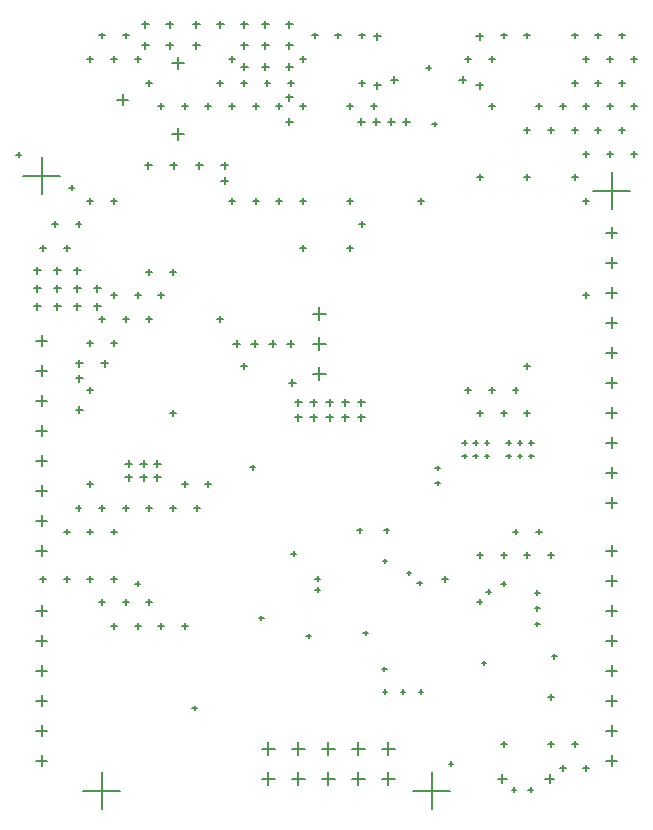
<source format=gbr>
G04*
G04 #@! TF.GenerationSoftware,Altium Limited,Altium Designer,24.2.2 (26)*
G04*
G04 Layer_Color=128*
%FSLAX44Y44*%
%MOMM*%
G71*
G04*
G04 #@! TF.SameCoordinates,411CF6F5-C546-4132-A14B-87BDE19E8412*
G04*
G04*
G04 #@! TF.FilePolarity,Positive*
G04*
G01*
G75*
%ADD16C,0.1270*%
D16*
X314540Y62230D02*
X325540D01*
X320040Y56730D02*
Y67730D01*
X314540Y36830D02*
X325540D01*
X320040Y31330D02*
Y42330D01*
X289140Y62230D02*
X300140D01*
X294640Y56730D02*
Y67730D01*
X289140Y36830D02*
X300140D01*
X294640Y31330D02*
Y42330D01*
X263740Y62230D02*
X274740D01*
X269240Y56730D02*
Y67730D01*
X263740Y36830D02*
X274740D01*
X269240Y31330D02*
Y42330D01*
X238340Y62230D02*
X249340D01*
X243840Y56730D02*
Y67730D01*
X238340Y36830D02*
X249340D01*
X243840Y31330D02*
Y42330D01*
X212940Y62230D02*
X223940D01*
X218440Y56730D02*
Y67730D01*
X212940Y36830D02*
X223940D01*
X218440Y31330D02*
Y42330D01*
X10668Y547370D02*
X42672D01*
X26670Y531368D02*
Y563372D01*
X493268Y534670D02*
X525272D01*
X509270Y518668D02*
Y550672D01*
X61468Y26670D02*
X93472D01*
X77470Y10668D02*
Y42672D01*
X340868Y26670D02*
X372872D01*
X356870Y10668D02*
Y42672D01*
X21670Y407670D02*
X31670D01*
X26670Y402670D02*
Y412670D01*
X21670Y382270D02*
X31670D01*
X26670Y377270D02*
Y387270D01*
X21670Y356870D02*
X31670D01*
X26670Y351870D02*
Y361870D01*
X21670Y331470D02*
X31670D01*
X26670Y326470D02*
Y336470D01*
X21670Y306070D02*
X31670D01*
X26670Y301070D02*
Y311070D01*
X21670Y280670D02*
X31670D01*
X26670Y275670D02*
Y285670D01*
X21670Y255270D02*
X31670D01*
X26670Y250270D02*
Y260270D01*
X21670Y229870D02*
X31670D01*
X26670Y224870D02*
Y234870D01*
X21670Y179070D02*
X31670D01*
X26670Y174070D02*
Y184070D01*
X21670Y153670D02*
X31670D01*
X26670Y148670D02*
Y158670D01*
X21670Y128270D02*
X31670D01*
X26670Y123270D02*
Y133270D01*
X21670Y102870D02*
X31670D01*
X26670Y97870D02*
Y107870D01*
X21670Y77470D02*
X31670D01*
X26670Y72470D02*
Y82470D01*
X21670Y52070D02*
X31670D01*
X26670Y47070D02*
Y57070D01*
X504270Y270510D02*
X514270D01*
X509270Y265510D02*
Y275510D01*
X504270Y295910D02*
X514270D01*
X509270Y290910D02*
Y300910D01*
X504270Y321310D02*
X514270D01*
X509270Y316310D02*
Y326310D01*
X504270Y346710D02*
X514270D01*
X509270Y341710D02*
Y351710D01*
X504270Y372110D02*
X514270D01*
X509270Y367110D02*
Y377110D01*
X504270Y397510D02*
X514270D01*
X509270Y392510D02*
Y402510D01*
X504270Y422910D02*
X514270D01*
X509270Y417910D02*
Y427910D01*
X504270Y448310D02*
X514270D01*
X509270Y443310D02*
Y453310D01*
X504270Y473710D02*
X514270D01*
X509270Y468710D02*
Y478710D01*
X504270Y499110D02*
X514270D01*
X509270Y494110D02*
Y504110D01*
X504270Y52070D02*
X514270D01*
X509270Y47070D02*
Y57070D01*
X504270Y77470D02*
X514270D01*
X509270Y72470D02*
Y82470D01*
X504270Y102870D02*
X514270D01*
X509270Y97870D02*
Y107870D01*
X504270Y128270D02*
X514270D01*
X509270Y123270D02*
Y133270D01*
X504270Y153670D02*
X514270D01*
X509270Y148670D02*
Y158670D01*
X504270Y179070D02*
X514270D01*
X509270Y174070D02*
Y184070D01*
X504270Y204470D02*
X514270D01*
X509270Y199470D02*
Y209470D01*
X504270Y229870D02*
X514270D01*
X509270Y224870D02*
Y234870D01*
X90240Y611710D02*
X100240D01*
X95240Y606710D02*
Y616710D01*
X137240Y642710D02*
X147240D01*
X142240Y637710D02*
Y647710D01*
X137240Y582710D02*
X147240D01*
X142240Y577710D02*
Y587710D01*
X256120Y430530D02*
X267120D01*
X261620Y425030D02*
Y436030D01*
X256120Y405130D02*
X267120D01*
X261620Y399630D02*
Y410630D01*
X256120Y379730D02*
X267120D01*
X261620Y374230D02*
Y385230D01*
X308080Y665480D02*
X314080D01*
X311080Y662480D02*
Y668480D01*
X394580Y665480D02*
X400580D01*
X397580Y662480D02*
Y668480D01*
X308080Y623780D02*
X314080D01*
X311080Y620780D02*
Y626780D01*
X394580Y623780D02*
X400580D01*
X397580Y620780D02*
Y626780D01*
X322430Y628680D02*
X328430D01*
X325430Y625680D02*
Y631680D01*
X380230Y628680D02*
X386230D01*
X383230Y625680D02*
Y631680D01*
X330740Y110490D02*
X334740D01*
X332740Y108490D02*
Y112490D01*
X315500Y110490D02*
X319500D01*
X317500Y108490D02*
Y112490D01*
X315000Y129690D02*
X319000D01*
X317000Y127690D02*
Y131690D01*
X412750Y36740D02*
X420750D01*
X416750Y32740D02*
Y40740D01*
X452750Y36740D02*
X460750D01*
X456750Y32740D02*
Y40740D01*
X515441Y666001D02*
X520441D01*
X517941Y663501D02*
Y668501D01*
X525441Y646001D02*
X530441D01*
X527941Y643501D02*
Y648501D01*
X515441Y626001D02*
X520441D01*
X517941Y623501D02*
Y628501D01*
X525441Y606001D02*
X530441D01*
X527941Y603501D02*
Y608501D01*
X515441Y586001D02*
X520441D01*
X517941Y583501D02*
Y588500D01*
X525441Y566000D02*
X530441D01*
X527941Y563500D02*
Y568500D01*
X495441Y666001D02*
X500441D01*
X497941Y663501D02*
Y668501D01*
X505441Y646001D02*
X510441D01*
X507941Y643501D02*
Y648501D01*
X495441Y626001D02*
X500441D01*
X497941Y623501D02*
Y628501D01*
X505441Y606001D02*
X510441D01*
X507941Y603501D02*
Y608501D01*
X495441Y586001D02*
X500441D01*
X497941Y583501D02*
Y588500D01*
X505441Y566000D02*
X510441D01*
X507941Y563500D02*
Y568500D01*
X475441Y666001D02*
X480441D01*
X477941Y663501D02*
Y668501D01*
X485441Y646001D02*
X490441D01*
X487941Y643501D02*
Y648501D01*
X475441Y626001D02*
X480441D01*
X477941Y623501D02*
Y628501D01*
X485441Y606001D02*
X490441D01*
X487941Y603501D02*
Y608501D01*
X475441Y586001D02*
X480441D01*
X477941Y583501D02*
Y588500D01*
X485441Y566000D02*
X490441D01*
X487941Y563500D02*
Y568500D01*
X475441Y546000D02*
X480441D01*
X477941Y543500D02*
Y548500D01*
X485441Y526000D02*
X490441D01*
X487941Y523500D02*
Y528500D01*
X485441Y446000D02*
X490441D01*
X487941Y443500D02*
Y448500D01*
X475441Y66000D02*
X480441D01*
X477941Y63500D02*
Y68500D01*
X485441Y46000D02*
X490441D01*
X487941Y43500D02*
Y48500D01*
X465441Y606001D02*
X470441D01*
X467941Y603501D02*
Y608501D01*
X455441Y586001D02*
X460441D01*
X457941Y583501D02*
Y588500D01*
X455441Y226000D02*
X460441D01*
X457941Y223500D02*
Y228500D01*
X455441Y106000D02*
X460441D01*
X457941Y103500D02*
Y108500D01*
X455441Y66000D02*
X460441D01*
X457941Y63500D02*
Y68500D01*
X465441Y46000D02*
X470441D01*
X467941Y43500D02*
Y48500D01*
X435441Y666001D02*
X440441D01*
X437941Y663501D02*
Y668501D01*
X445441Y606001D02*
X450441D01*
X447941Y603501D02*
Y608501D01*
X435441Y586001D02*
X440441D01*
X437941Y583501D02*
Y588500D01*
X435441Y546000D02*
X440441D01*
X437941Y543500D02*
Y548500D01*
X435441Y386000D02*
X440441D01*
X437941Y383500D02*
Y388500D01*
X435441Y346000D02*
X440441D01*
X437941Y343500D02*
Y348500D01*
X445441Y246000D02*
X450441D01*
X447941Y243500D02*
Y248500D01*
X435441Y226000D02*
X440441D01*
X437941Y223500D02*
Y228500D01*
X415441Y666001D02*
X420441D01*
X417941Y663501D02*
Y668501D01*
X425441Y366000D02*
X430441D01*
X427941Y363500D02*
Y368500D01*
X415441Y346000D02*
X420441D01*
X417941Y343500D02*
Y348500D01*
X425441Y246000D02*
X430441D01*
X427941Y243500D02*
Y248500D01*
X415441Y226000D02*
X420441D01*
X417941Y223500D02*
Y228500D01*
X415441Y66000D02*
X420441D01*
X417941Y63500D02*
Y68500D01*
X405441Y646001D02*
X410441D01*
X407941Y643501D02*
Y648501D01*
X405441Y606001D02*
X410441D01*
X407941Y603501D02*
Y608501D01*
X395441Y546000D02*
X400441D01*
X397941Y543500D02*
Y548500D01*
X405441Y366000D02*
X410441D01*
X407941Y363500D02*
Y368500D01*
X395441Y346000D02*
X400441D01*
X397941Y343500D02*
Y348500D01*
X395441Y226000D02*
X400441D01*
X397941Y223500D02*
Y228500D01*
X385441Y646001D02*
X390441D01*
X387941Y643501D02*
Y648501D01*
X385441Y366000D02*
X390441D01*
X387941Y363500D02*
Y368500D01*
X365441Y206000D02*
X370441D01*
X367941Y203500D02*
Y208500D01*
X345441Y526000D02*
X350441D01*
X347941Y523500D02*
Y528500D01*
X295441Y666001D02*
X300441D01*
X297941Y663501D02*
Y668501D01*
X295441Y626001D02*
X300441D01*
X297941Y623501D02*
Y628501D01*
X305441Y606001D02*
X310441D01*
X307941Y603501D02*
Y608501D01*
X295441Y506000D02*
X300441D01*
X297941Y503500D02*
Y508500D01*
X275441Y666001D02*
X280441D01*
X277941Y663501D02*
Y668501D01*
X285441Y606001D02*
X290441D01*
X287941Y603501D02*
Y608501D01*
X285441Y526000D02*
X290441D01*
X287941Y523500D02*
Y528500D01*
X285441Y486000D02*
X290441D01*
X287941Y483500D02*
Y488500D01*
X255441Y666001D02*
X260441D01*
X257941Y663501D02*
Y668501D01*
X245441Y646001D02*
X250441D01*
X247941Y643501D02*
Y648501D01*
X235441Y626001D02*
X240441D01*
X237941Y623501D02*
Y628501D01*
X245441Y606001D02*
X250441D01*
X247941Y603501D02*
Y608501D01*
X245441Y526000D02*
X250441D01*
X247941Y523500D02*
Y528500D01*
X245441Y486000D02*
X250441D01*
X247941Y483500D02*
Y488500D01*
X215441Y626001D02*
X220441D01*
X217941Y623501D02*
Y628501D01*
X225441Y606001D02*
X230441D01*
X227941Y603501D02*
Y608501D01*
X225441Y526000D02*
X230441D01*
X227941Y523500D02*
Y528500D01*
X195441Y626001D02*
X200441D01*
X197941Y623501D02*
Y628501D01*
X205441Y606001D02*
X210441D01*
X207941Y603501D02*
Y608501D01*
X205441Y526000D02*
X210441D01*
X207941Y523500D02*
Y528500D01*
X195441Y386000D02*
X200441D01*
X197941Y383500D02*
Y388500D01*
X185441Y646001D02*
X190441D01*
X187941Y643501D02*
Y648501D01*
X175441Y626001D02*
X180441D01*
X177941Y623501D02*
Y628501D01*
X185441Y606001D02*
X190441D01*
X187941Y603501D02*
Y608501D01*
X185441Y526000D02*
X190441D01*
X187941Y523500D02*
Y528500D01*
X175441Y426000D02*
X180441D01*
X177941Y423500D02*
Y428500D01*
X165441Y606001D02*
X170441D01*
X167941Y603501D02*
Y608501D01*
X165441Y286000D02*
X170441D01*
X167941Y283500D02*
Y288500D01*
X155441Y266000D02*
X160441D01*
X157941Y263500D02*
Y268500D01*
X145441Y606001D02*
X150441D01*
X147941Y603501D02*
Y608501D01*
X135441Y466000D02*
X140441D01*
X137941Y463500D02*
Y468500D01*
X135441Y346000D02*
X140441D01*
X137941Y343500D02*
Y348500D01*
X145441Y286000D02*
X150441D01*
X147941Y283500D02*
Y288500D01*
X135441Y266000D02*
X140441D01*
X137941Y263500D02*
Y268500D01*
X145441Y166000D02*
X150441D01*
X147941Y163500D02*
Y168500D01*
X115441Y626001D02*
X120441D01*
X117941Y623501D02*
Y628501D01*
X125441Y606001D02*
X130441D01*
X127941Y603501D02*
Y608501D01*
X115441Y466000D02*
X120441D01*
X117941Y463500D02*
Y468500D01*
X125441Y446000D02*
X130441D01*
X127941Y443500D02*
Y448500D01*
X115441Y426000D02*
X120441D01*
X117941Y423500D02*
Y428500D01*
X115441Y266000D02*
X120441D01*
X117941Y263500D02*
Y268500D01*
X115441Y186000D02*
X120441D01*
X117941Y183500D02*
Y188500D01*
X125441Y166000D02*
X130441D01*
X127941Y163500D02*
Y168500D01*
X95441Y666001D02*
X100441D01*
X97941Y663501D02*
Y668501D01*
X105441Y646001D02*
X110441D01*
X107941Y643501D02*
Y648501D01*
X105441Y446000D02*
X110441D01*
X107941Y443500D02*
Y448500D01*
X95441Y426000D02*
X100441D01*
X97941Y423500D02*
Y428500D01*
X95441Y266000D02*
X100441D01*
X97941Y263500D02*
Y268500D01*
X95441Y186000D02*
X100441D01*
X97941Y183500D02*
Y188500D01*
X105441Y166000D02*
X110441D01*
X107941Y163500D02*
Y168500D01*
X75441Y666001D02*
X80441D01*
X77941Y663501D02*
Y668501D01*
X85441Y646001D02*
X90441D01*
X87941Y643501D02*
Y648501D01*
X85441Y526000D02*
X90441D01*
X87941Y523500D02*
Y528500D01*
X85441Y446000D02*
X90441D01*
X87941Y443500D02*
Y448500D01*
X75441Y426000D02*
X80441D01*
X77941Y423500D02*
Y428500D01*
X85441Y406000D02*
X90441D01*
X87941Y403500D02*
Y408500D01*
X75441Y266000D02*
X80441D01*
X77941Y263500D02*
Y268500D01*
X85441Y246000D02*
X90441D01*
X87941Y243500D02*
Y248500D01*
X85441Y206000D02*
X90441D01*
X87941Y203500D02*
Y208500D01*
X75441Y186000D02*
X80441D01*
X77941Y183500D02*
Y188500D01*
X85441Y166000D02*
X90441D01*
X87941Y163500D02*
Y168500D01*
X65441Y646001D02*
X70441D01*
X67941Y643501D02*
Y648501D01*
X65441Y526000D02*
X70441D01*
X67941Y523500D02*
Y528500D01*
X55441Y506000D02*
X60441D01*
X57941Y503500D02*
Y508500D01*
X65441Y406000D02*
X70441D01*
X67941Y403500D02*
Y408500D01*
X65441Y366000D02*
X70441D01*
X67941Y363500D02*
Y368500D01*
X65441Y286000D02*
X70441D01*
X67941Y283500D02*
Y288500D01*
X55441Y266000D02*
X60441D01*
X57941Y263500D02*
Y268500D01*
X65441Y246000D02*
X70441D01*
X67941Y243500D02*
Y248500D01*
X65441Y206000D02*
X70441D01*
X67941Y203500D02*
Y208500D01*
X35441Y506000D02*
X40441D01*
X37941Y503500D02*
Y508500D01*
X45441Y486000D02*
X50441D01*
X47941Y483500D02*
Y488500D01*
X45441Y246000D02*
X50441D01*
X47941Y243500D02*
Y248500D01*
X45441Y206000D02*
X50441D01*
X47941Y203500D02*
Y208500D01*
X25441Y486000D02*
X30441D01*
X27941Y483500D02*
Y488500D01*
X25441Y206000D02*
X30441D01*
X27941Y203500D02*
Y208500D01*
X105950Y201930D02*
X109950D01*
X107950Y199930D02*
Y203930D01*
X154210Y96520D02*
X158210D01*
X156210Y94520D02*
Y98520D01*
X203320Y300307D02*
X207320D01*
X205320Y298307D02*
Y302307D01*
X238225Y227136D02*
X242225D01*
X240224Y225135D02*
Y229135D01*
X399320Y134620D02*
X403320D01*
X401320Y132620D02*
Y136620D01*
X395510Y186690D02*
X399510D01*
X397510Y184690D02*
Y188690D01*
X403130Y194930D02*
X407130D01*
X405130Y192930D02*
Y196930D01*
X415830Y201930D02*
X419830D01*
X417830Y199930D02*
Y203930D01*
X424720Y27320D02*
X428720D01*
X426720Y25320D02*
Y29320D01*
X438690Y27320D02*
X442690D01*
X440690Y25320D02*
Y29320D01*
X210664Y172806D02*
X214664D01*
X212664Y170806D02*
Y174806D01*
X315500Y220980D02*
X319500D01*
X317500Y218980D02*
Y222980D01*
X371380Y49530D02*
X375380D01*
X373380Y47530D02*
Y51530D01*
X429800Y321310D02*
X433800D01*
X431800Y319310D02*
Y323310D01*
X420275Y309880D02*
X424275D01*
X422275Y307880D02*
Y311880D01*
X429800Y309880D02*
X433800D01*
X431800Y307880D02*
Y311880D01*
X439325Y321310D02*
X443325D01*
X441325Y319310D02*
Y323310D01*
X420275Y321310D02*
X424275D01*
X422275Y319310D02*
Y323310D01*
X439325Y309880D02*
X443325D01*
X441325Y307880D02*
Y311880D01*
X392335Y309880D02*
X396335D01*
X394335Y307880D02*
Y311880D01*
X382810Y321310D02*
X386810D01*
X384810Y319310D02*
Y323310D01*
X382810Y309880D02*
X386810D01*
X384810Y307880D02*
Y311880D01*
X392335Y321310D02*
X396335D01*
X394335Y319310D02*
Y323310D01*
X401860Y309880D02*
X405860D01*
X403860Y307880D02*
Y311880D01*
X401860Y321310D02*
X405860D01*
X403860Y319310D02*
Y323310D01*
X359950Y299720D02*
X363950D01*
X361950Y297720D02*
Y301720D01*
X359950Y287020D02*
X363950D01*
X361950Y285020D02*
Y289020D01*
X335820Y210820D02*
X339820D01*
X337820Y208820D02*
Y212820D01*
X344710Y202380D02*
X348710D01*
X346710Y200380D02*
Y204380D01*
X298990Y160020D02*
X302990D01*
X300990Y158020D02*
Y162020D01*
X258350Y206222D02*
X262350D01*
X260350Y204221D02*
Y208221D01*
X250730Y157480D02*
X254730D01*
X252730Y155480D02*
Y159480D01*
X258350Y196850D02*
X262350D01*
X260350Y194850D02*
Y198850D01*
X444390Y180975D02*
X448390D01*
X446390Y178975D02*
Y182975D01*
X444390Y167640D02*
X448390D01*
X446390Y165640D02*
Y169640D01*
X444390Y194310D02*
X448390D01*
X446390Y192310D02*
Y196310D01*
X458725Y140403D02*
X462725D01*
X460725Y138403D02*
Y142403D01*
X316770Y247000D02*
X320770D01*
X318770Y245000D02*
Y249000D01*
X293910Y247000D02*
X297910D01*
X295910Y245000D02*
Y249000D01*
X345980Y110490D02*
X349980D01*
X347980Y108490D02*
Y112490D01*
X188770Y405130D02*
X194770D01*
X191770Y402130D02*
Y408130D01*
X234490Y405130D02*
X240490D01*
X237490Y402130D02*
Y408130D01*
X219250Y405130D02*
X225250D01*
X222250Y402130D02*
Y408130D01*
X204010Y405130D02*
X210010D01*
X207010Y402130D02*
Y408130D01*
X357410Y591157D02*
X361410D01*
X359410Y589157D02*
Y593157D01*
X352330Y638810D02*
X356330D01*
X354330Y636810D02*
Y640810D01*
X5270Y565150D02*
X9270D01*
X7270Y563150D02*
Y567150D01*
X50070Y537210D02*
X54070D01*
X52070Y535210D02*
Y539210D01*
X294180Y342900D02*
X300180D01*
X297180Y339900D02*
Y345900D01*
X280845Y342900D02*
X286845D01*
X283845Y339900D02*
Y345900D01*
X267510Y342900D02*
X273510D01*
X270510Y339900D02*
Y345900D01*
X254175Y342900D02*
X260175D01*
X257175Y339900D02*
Y345900D01*
X240840Y342900D02*
X246840D01*
X243840Y339900D02*
Y345900D01*
X55420Y349250D02*
X61420D01*
X58420Y346250D02*
Y352250D01*
X55420Y375920D02*
X61420D01*
X58420Y372920D02*
Y378920D01*
X55420Y388620D02*
X61420D01*
X58420Y385620D02*
Y391620D01*
X77010Y388620D02*
X83010D01*
X80010Y385620D02*
Y391620D01*
X240840Y355600D02*
X246840D01*
X243840Y352600D02*
Y358600D01*
X235760Y372110D02*
X241760D01*
X238760Y369110D02*
Y375110D01*
X254175Y355600D02*
X260175D01*
X257175Y352600D02*
Y358600D01*
X267510Y355600D02*
X273510D01*
X270510Y352600D02*
Y358600D01*
X280845Y355600D02*
X286845D01*
X283845Y352600D02*
Y358600D01*
X294180Y355600D02*
X300180D01*
X297180Y352600D02*
Y358600D01*
X195120Y675640D02*
X201120D01*
X198120Y672640D02*
Y678640D01*
X195120Y657542D02*
X201120D01*
X198120Y654542D02*
Y660543D01*
X195120Y639445D02*
X201120D01*
X198120Y636445D02*
Y642445D01*
X174800Y675640D02*
X180800D01*
X177800Y672640D02*
Y678640D01*
X132255Y657542D02*
X138255D01*
X135255Y654542D02*
Y660543D01*
X212900Y639445D02*
X218900D01*
X215900Y636445D02*
Y642445D01*
X111300Y657542D02*
X117300D01*
X114300Y654542D02*
Y660543D01*
X154480Y657542D02*
X160480D01*
X157480Y654542D02*
Y660543D01*
X212900Y657542D02*
X218900D01*
X215900Y654542D02*
Y660543D01*
X111300Y675640D02*
X117300D01*
X114300Y672640D02*
Y678640D01*
X132255Y675640D02*
X138255D01*
X135255Y672640D02*
Y678640D01*
X154480Y675640D02*
X160480D01*
X157480Y672640D02*
Y678640D01*
X212900Y675640D02*
X218900D01*
X215900Y672640D02*
Y678640D01*
X233220Y675640D02*
X239220D01*
X236220Y672640D02*
Y678640D01*
X233220Y657542D02*
X239220D01*
X236220Y654542D02*
Y660543D01*
X233220Y639445D02*
X239220D01*
X236220Y636445D02*
Y642445D01*
X233220Y613727D02*
X239220D01*
X236220Y610728D02*
Y616727D01*
X233220Y593090D02*
X239220D01*
X236220Y590090D02*
Y596090D01*
X294180Y593090D02*
X300180D01*
X297180Y590090D02*
Y596090D01*
X306880Y593090D02*
X312880D01*
X309880Y590090D02*
Y596090D01*
X319580Y593090D02*
X325580D01*
X322580Y590090D02*
Y596090D01*
X332280Y593090D02*
X338280D01*
X335280Y590090D02*
Y596090D01*
X70660Y452120D02*
X76660D01*
X73660Y449120D02*
Y455120D01*
X70660Y436880D02*
X76660D01*
X73660Y433880D02*
Y439880D01*
X53727Y436880D02*
X59727D01*
X56727Y433880D02*
Y439880D01*
X53727Y452120D02*
X59727D01*
X56727Y449120D02*
Y455120D01*
X53727Y467360D02*
X59727D01*
X56727Y464360D02*
Y470360D01*
X36793Y467360D02*
X42793D01*
X39793Y464360D02*
Y470360D01*
X36793Y452120D02*
X42793D01*
X39793Y449120D02*
Y455120D01*
X36793Y436880D02*
X42793D01*
X39793Y433880D02*
Y439880D01*
X19860Y436880D02*
X25860D01*
X22860Y433880D02*
Y439880D01*
X19860Y452120D02*
X25860D01*
X22860Y449120D02*
Y455120D01*
X19860Y467360D02*
X25860D01*
X22860Y464360D02*
Y470360D01*
X97330Y303530D02*
X103330D01*
X100330Y300530D02*
Y306530D01*
X97330Y292100D02*
X103330D01*
X100330Y289100D02*
Y295100D01*
X121460Y292100D02*
X127460D01*
X124460Y289100D02*
Y295100D01*
X110030Y303530D02*
X116030D01*
X113030Y300530D02*
Y306530D01*
X110030Y292100D02*
X116030D01*
X113030Y289100D02*
Y295100D01*
X121460Y303530D02*
X127460D01*
X124460Y300530D02*
Y306530D01*
X113840Y556260D02*
X119840D01*
X116840Y553260D02*
Y559260D01*
X178610Y556260D02*
X184610D01*
X181610Y553260D02*
Y559260D01*
X178610Y543103D02*
X184610D01*
X181610Y540103D02*
Y546103D01*
X157020Y556260D02*
X163020D01*
X160020Y553260D02*
Y559260D01*
X135430Y556260D02*
X141430D01*
X138430Y553260D02*
Y559260D01*
M02*

</source>
